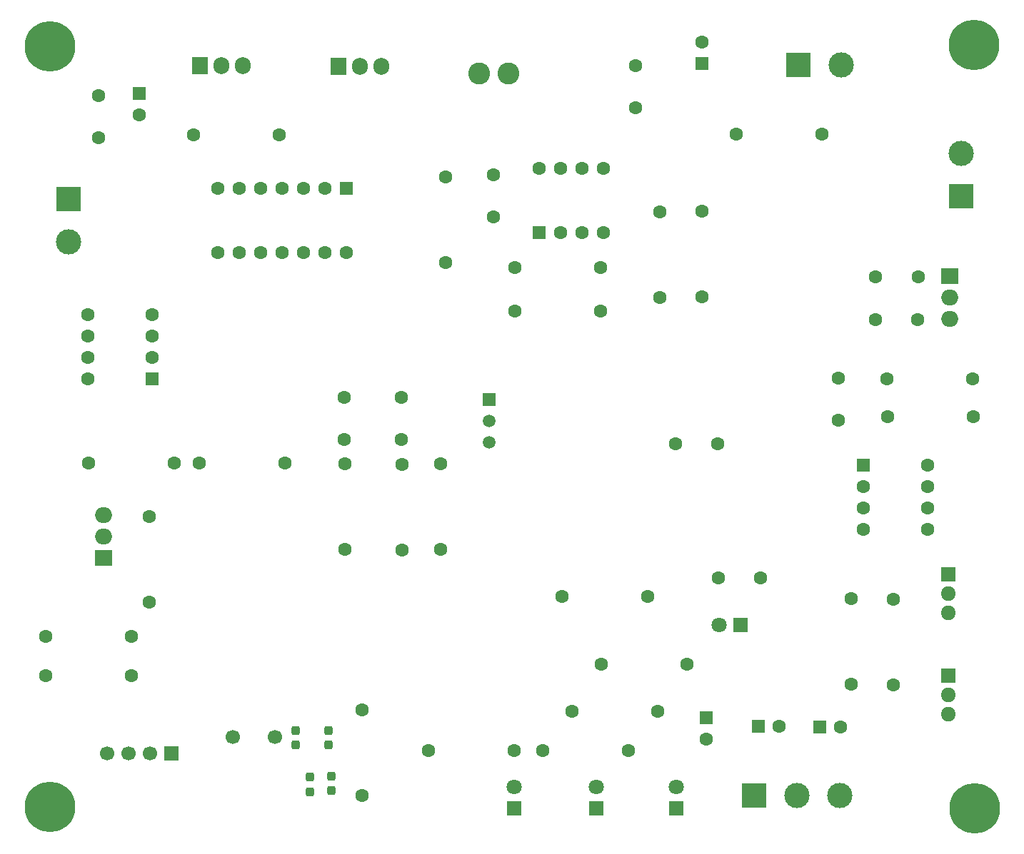
<source format=gbr>
%TF.GenerationSoftware,KiCad,Pcbnew,9.0.3-9.0.3-0~ubuntu24.04.1*%
%TF.CreationDate,2025-10-27T23:52:17-03:00*%
%TF.ProjectId,CargadorDeBaterias_rev2,43617267-6164-46f7-9244-654261746572,rev?*%
%TF.SameCoordinates,Original*%
%TF.FileFunction,Soldermask,Bot*%
%TF.FilePolarity,Negative*%
%FSLAX46Y46*%
G04 Gerber Fmt 4.6, Leading zero omitted, Abs format (unit mm)*
G04 Created by KiCad (PCBNEW 9.0.3-9.0.3-0~ubuntu24.04.1) date 2025-10-27 23:52:17*
%MOMM*%
%LPD*%
G01*
G04 APERTURE LIST*
G04 Aperture macros list*
%AMRoundRect*
0 Rectangle with rounded corners*
0 $1 Rounding radius*
0 $2 $3 $4 $5 $6 $7 $8 $9 X,Y pos of 4 corners*
0 Add a 4 corners polygon primitive as box body*
4,1,4,$2,$3,$4,$5,$6,$7,$8,$9,$2,$3,0*
0 Add four circle primitives for the rounded corners*
1,1,$1+$1,$2,$3*
1,1,$1+$1,$4,$5*
1,1,$1+$1,$6,$7*
1,1,$1+$1,$8,$9*
0 Add four rect primitives between the rounded corners*
20,1,$1+$1,$2,$3,$4,$5,0*
20,1,$1+$1,$4,$5,$6,$7,0*
20,1,$1+$1,$6,$7,$8,$9,0*
20,1,$1+$1,$8,$9,$2,$3,0*%
G04 Aperture macros list end*
%ADD10C,1.600000*%
%ADD11R,1.800000X1.800000*%
%ADD12C,1.800000*%
%ADD13R,2.000000X1.905000*%
%ADD14O,2.000000X1.905000*%
%ADD15RoundRect,0.250000X0.550000X-0.550000X0.550000X0.550000X-0.550000X0.550000X-0.550000X-0.550000X0*%
%ADD16C,6.000000*%
%ADD17RoundRect,0.250000X-0.550000X0.550000X-0.550000X-0.550000X0.550000X-0.550000X0.550000X0.550000X0*%
%ADD18R,3.000000X3.000000*%
%ADD19C,3.000000*%
%ADD20RoundRect,0.250000X0.550000X0.550000X-0.550000X0.550000X-0.550000X-0.550000X0.550000X-0.550000X0*%
%ADD21R,1.700000X1.700000*%
%ADD22C,1.700000*%
%ADD23RoundRect,0.250000X-0.550000X-0.550000X0.550000X-0.550000X0.550000X0.550000X-0.550000X0.550000X0*%
%ADD24R,1.905000X2.000000*%
%ADD25O,1.905000X2.000000*%
%ADD26R,1.800000X1.710000*%
%ADD27O,1.800000X1.710000*%
%ADD28C,2.600000*%
%ADD29R,1.500000X1.500000*%
%ADD30C,1.500000*%
%ADD31RoundRect,0.237500X0.237500X-0.300000X0.237500X0.300000X-0.237500X0.300000X-0.237500X-0.300000X0*%
%ADD32RoundRect,0.237500X-0.237500X0.300000X-0.237500X-0.300000X0.237500X-0.300000X0.237500X0.300000X0*%
G04 APERTURE END LIST*
D10*
%TO.C,R30*%
X140700000Y-132600000D03*
X150860000Y-132600000D03*
%TD*%
D11*
%TO.C,D2*%
X150860000Y-139500000D03*
D12*
X150860000Y-136960000D03*
%TD*%
D10*
%TO.C,R31*%
X157770000Y-127950000D03*
X167930000Y-127950000D03*
%TD*%
D13*
%TO.C,Q2*%
X102175000Y-109780000D03*
D14*
X102175000Y-107240000D03*
X102175000Y-104700000D03*
%TD*%
D10*
%TO.C,R19*%
X161115000Y-75325000D03*
X150955000Y-75325000D03*
%TD*%
%TO.C,R5*%
X100395000Y-98550000D03*
X110555000Y-98550000D03*
%TD*%
%TO.C,R8*%
X130825000Y-108800000D03*
X130825000Y-98640000D03*
%TD*%
D15*
%TO.C,U4*%
X153830000Y-71190000D03*
D10*
X156370000Y-71190000D03*
X158910000Y-71190000D03*
X161450000Y-71190000D03*
X161450000Y-63570000D03*
X158910000Y-63570000D03*
X156370000Y-63570000D03*
X153830000Y-63570000D03*
%TD*%
D16*
%TO.C,H2*%
X95825000Y-49100000D03*
%TD*%
D17*
%TO.C,C21*%
X173675000Y-128767621D03*
D10*
X173675000Y-131267621D03*
%TD*%
D18*
%TO.C,J3*%
X179340000Y-138000000D03*
D19*
X184420000Y-138000000D03*
X189500000Y-138000000D03*
%TD*%
D18*
%TO.C,J2*%
X98100000Y-67220000D03*
D19*
X98100000Y-72300000D03*
%TD*%
D20*
%TO.C,U5*%
X108000000Y-88500000D03*
D10*
X108000000Y-85960000D03*
X108000000Y-83420000D03*
X108000000Y-80880000D03*
X100380000Y-80880000D03*
X100380000Y-83420000D03*
X100380000Y-85960000D03*
X100380000Y-88500000D03*
%TD*%
D21*
%TO.C,J4*%
X110265000Y-132975000D03*
D22*
X107725000Y-132975000D03*
X105185000Y-132975000D03*
X102645000Y-132975000D03*
%TD*%
D10*
%TO.C,C8*%
X130750000Y-95750000D03*
X130750000Y-90750000D03*
%TD*%
D23*
%TO.C,U7*%
X192255000Y-98800000D03*
D10*
X192255000Y-101340000D03*
X192255000Y-103880000D03*
X192255000Y-106420000D03*
X199875000Y-106420000D03*
X199875000Y-103880000D03*
X199875000Y-101340000D03*
X199875000Y-98800000D03*
%TD*%
D24*
%TO.C,Q1*%
X113645000Y-51400000D03*
D25*
X116185000Y-51400000D03*
X118725000Y-51400000D03*
%TD*%
D10*
%TO.C,C13*%
X175000000Y-96225000D03*
X170000000Y-96225000D03*
%TD*%
D23*
%TO.C,C10*%
X179844888Y-129750000D03*
D10*
X182344888Y-129750000D03*
%TD*%
D26*
%TO.C,Q5*%
X202375000Y-111740000D03*
D27*
X202375000Y-114020000D03*
X202375000Y-116300000D03*
%TD*%
D10*
%TO.C,R26*%
X166705000Y-114325000D03*
X156545000Y-114325000D03*
%TD*%
D18*
%TO.C,J1*%
X184560000Y-51275000D03*
D19*
X189640000Y-51275000D03*
%TD*%
D10*
%TO.C,C3*%
X101625000Y-54950000D03*
X101625000Y-59950000D03*
%TD*%
%TO.C,R7*%
X137575000Y-108805000D03*
X137575000Y-98645000D03*
%TD*%
D16*
%TO.C,H3*%
X95825000Y-139300000D03*
%TD*%
D10*
%TO.C,R10*%
X142805000Y-64595000D03*
X142805000Y-74755000D03*
%TD*%
D11*
%TO.C,D9*%
X177750000Y-117775000D03*
D12*
X175210000Y-117775000D03*
%TD*%
D15*
%TO.C,C1*%
X173150000Y-51069888D03*
D10*
X173150000Y-48569888D03*
%TD*%
%TO.C,R20*%
X150975000Y-80475000D03*
X161135000Y-80475000D03*
%TD*%
%TO.C,C14*%
X175100000Y-112125000D03*
X180100000Y-112125000D03*
%TD*%
%TO.C,R32*%
X154250000Y-132675000D03*
X164410000Y-132675000D03*
%TD*%
%TO.C,C6*%
X198725000Y-81510000D03*
X193725000Y-81510000D03*
%TD*%
D16*
%TO.C,H1*%
X205450000Y-48925000D03*
%TD*%
D22*
%TO.C,Y1*%
X122500000Y-131000000D03*
X117500000Y-131000000D03*
%TD*%
D10*
%TO.C,R3*%
X168175000Y-68695000D03*
X168175000Y-78855000D03*
%TD*%
%TO.C,R22*%
X195875000Y-124880000D03*
X195875000Y-114720000D03*
%TD*%
%TO.C,C2*%
X165250000Y-51375000D03*
X165250000Y-56375000D03*
%TD*%
%TO.C,R25*%
X205235000Y-88545000D03*
X195075000Y-88545000D03*
%TD*%
D11*
%TO.C,D7*%
X160650000Y-139465000D03*
D12*
X160650000Y-136925000D03*
%TD*%
D10*
%TO.C,C9*%
X148455000Y-69325000D03*
X148455000Y-64325000D03*
%TD*%
%TO.C,R29*%
X132900000Y-137980000D03*
X132900000Y-127820000D03*
%TD*%
D16*
%TO.C,H4*%
X205500000Y-139500000D03*
%TD*%
D13*
%TO.C,U3*%
X202550000Y-76310000D03*
D14*
X202550000Y-78850000D03*
X202550000Y-81390000D03*
%TD*%
D10*
%TO.C,R24*%
X205355000Y-93020000D03*
X195195000Y-93020000D03*
%TD*%
D24*
%TO.C,D6*%
X130095000Y-51425000D03*
D25*
X132635000Y-51425000D03*
X135175000Y-51425000D03*
%TD*%
D26*
%TO.C,Q4*%
X202375000Y-123740000D03*
D27*
X202375000Y-126020000D03*
X202375000Y-128300000D03*
%TD*%
D10*
%TO.C,R1*%
X187380000Y-59475000D03*
X177220000Y-59475000D03*
%TD*%
D17*
%TO.C,C4*%
X106425000Y-54694888D03*
D10*
X106425000Y-57194888D03*
%TD*%
%TO.C,R27*%
X105475000Y-123725000D03*
X95315000Y-123725000D03*
%TD*%
%TO.C,R2*%
X173125000Y-68645000D03*
X173125000Y-78805000D03*
%TD*%
%TO.C,R4*%
X107600000Y-104890000D03*
X107600000Y-115050000D03*
%TD*%
D23*
%TO.C,C11*%
X187125000Y-129850000D03*
D10*
X189625000Y-129850000D03*
%TD*%
D28*
%TO.C,L1*%
X146750000Y-52300000D03*
X150250000Y-52300000D03*
%TD*%
D17*
%TO.C,U1*%
X131020000Y-65945000D03*
D10*
X128480000Y-65945000D03*
X125940000Y-65945000D03*
X123400000Y-65945000D03*
X120860000Y-65945000D03*
X118320000Y-65945000D03*
X115780000Y-65945000D03*
X115780000Y-73565000D03*
X118320000Y-73565000D03*
X120860000Y-73565000D03*
X123400000Y-73565000D03*
X125940000Y-73565000D03*
X128480000Y-73565000D03*
X131020000Y-73565000D03*
%TD*%
%TO.C,R11*%
X142150000Y-108730000D03*
X142150000Y-98570000D03*
%TD*%
%TO.C,C5*%
X198775000Y-76460000D03*
X193775000Y-76460000D03*
%TD*%
%TO.C,R28*%
X105480000Y-119050000D03*
X95320000Y-119050000D03*
%TD*%
D11*
%TO.C,D8*%
X170075000Y-139465000D03*
D12*
X170075000Y-136925000D03*
%TD*%
D29*
%TO.C,Q3*%
X147925000Y-90950000D03*
D30*
X147925000Y-93490000D03*
X147925000Y-96030000D03*
%TD*%
D10*
%TO.C,R9*%
X123030000Y-59600000D03*
X112870000Y-59600000D03*
%TD*%
%TO.C,C7*%
X137550000Y-95750000D03*
X137550000Y-90750000D03*
%TD*%
D18*
%TO.C,J6*%
X203925000Y-66825000D03*
D19*
X203925000Y-61745000D03*
%TD*%
D10*
%TO.C,C12*%
X189355000Y-93470000D03*
X189355000Y-88470000D03*
%TD*%
%TO.C,R23*%
X190875000Y-124800000D03*
X190875000Y-114640000D03*
%TD*%
%TO.C,R33*%
X171380000Y-122425000D03*
X161220000Y-122425000D03*
%TD*%
%TO.C,R6*%
X113545000Y-98525000D03*
X123705000Y-98525000D03*
%TD*%
D31*
%TO.C,C18*%
X125000000Y-132000000D03*
X125000000Y-130275000D03*
%TD*%
D32*
%TO.C,C19*%
X126700000Y-135800000D03*
X126700000Y-137525000D03*
%TD*%
%TO.C,C17*%
X128900000Y-130275000D03*
X128900000Y-132000000D03*
%TD*%
D31*
%TO.C,C20*%
X129200000Y-137387500D03*
X129200000Y-135662500D03*
%TD*%
M02*

</source>
